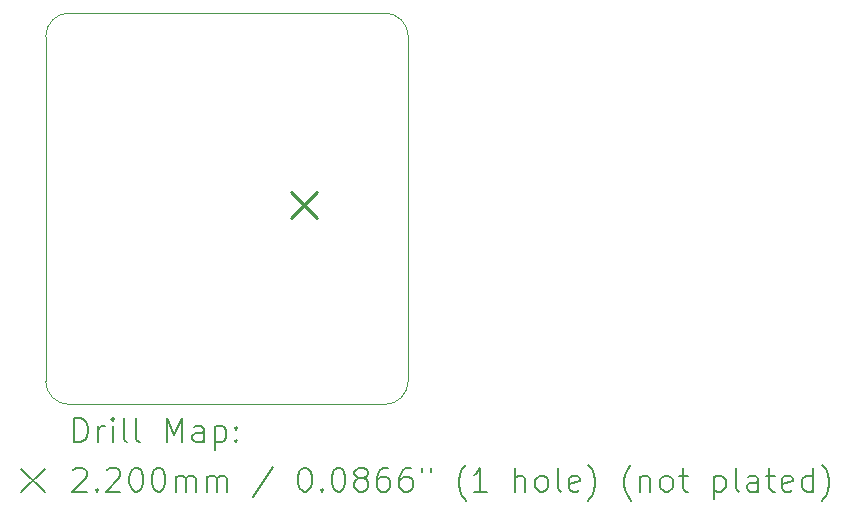
<source format=gbr>
%TF.GenerationSoftware,KiCad,Pcbnew,7.0.1*%
%TF.CreationDate,2023-07-16T02:59:42+02:00*%
%TF.ProjectId,ADS1234_mass_sensor,41445331-3233-4345-9f6d-6173735f7365,1*%
%TF.SameCoordinates,Original*%
%TF.FileFunction,Drillmap*%
%TF.FilePolarity,Positive*%
%FSLAX45Y45*%
G04 Gerber Fmt 4.5, Leading zero omitted, Abs format (unit mm)*
G04 Created by KiCad (PCBNEW 7.0.1) date 2023-07-16 02:59:42*
%MOMM*%
%LPD*%
G01*
G04 APERTURE LIST*
%ADD10C,0.100000*%
%ADD11C,0.200000*%
%ADD12C,0.220000*%
G04 APERTURE END LIST*
D10*
X12077000Y-8067000D02*
X9407000Y-8067000D01*
X9407000Y-4752000D02*
X12077000Y-4752000D01*
X9207000Y-7867000D02*
G75*
G03*
X9407000Y-8067000I200000J0D01*
G01*
X9207000Y-7867000D02*
X9207000Y-4952000D01*
X12277000Y-4952000D02*
G75*
G03*
X12077000Y-4752000I-200000J0D01*
G01*
X9407000Y-4752000D02*
G75*
G03*
X9207000Y-4952000I0J-200000D01*
G01*
X12077000Y-8067000D02*
G75*
G03*
X12277000Y-7867000I0J200000D01*
G01*
X12277000Y-4952000D02*
X12277000Y-7867000D01*
D11*
D12*
X11281500Y-6265250D02*
X11501500Y-6485250D01*
X11501500Y-6265250D02*
X11281500Y-6485250D01*
D11*
X9449619Y-8384524D02*
X9449619Y-8184524D01*
X9449619Y-8184524D02*
X9497238Y-8184524D01*
X9497238Y-8184524D02*
X9525810Y-8194048D01*
X9525810Y-8194048D02*
X9544857Y-8213095D01*
X9544857Y-8213095D02*
X9554381Y-8232143D01*
X9554381Y-8232143D02*
X9563905Y-8270238D01*
X9563905Y-8270238D02*
X9563905Y-8298809D01*
X9563905Y-8298809D02*
X9554381Y-8336905D01*
X9554381Y-8336905D02*
X9544857Y-8355952D01*
X9544857Y-8355952D02*
X9525810Y-8375000D01*
X9525810Y-8375000D02*
X9497238Y-8384524D01*
X9497238Y-8384524D02*
X9449619Y-8384524D01*
X9649619Y-8384524D02*
X9649619Y-8251190D01*
X9649619Y-8289286D02*
X9659143Y-8270238D01*
X9659143Y-8270238D02*
X9668667Y-8260714D01*
X9668667Y-8260714D02*
X9687714Y-8251190D01*
X9687714Y-8251190D02*
X9706762Y-8251190D01*
X9773429Y-8384524D02*
X9773429Y-8251190D01*
X9773429Y-8184524D02*
X9763905Y-8194048D01*
X9763905Y-8194048D02*
X9773429Y-8203571D01*
X9773429Y-8203571D02*
X9782952Y-8194048D01*
X9782952Y-8194048D02*
X9773429Y-8184524D01*
X9773429Y-8184524D02*
X9773429Y-8203571D01*
X9897238Y-8384524D02*
X9878190Y-8375000D01*
X9878190Y-8375000D02*
X9868667Y-8355952D01*
X9868667Y-8355952D02*
X9868667Y-8184524D01*
X10002000Y-8384524D02*
X9982952Y-8375000D01*
X9982952Y-8375000D02*
X9973429Y-8355952D01*
X9973429Y-8355952D02*
X9973429Y-8184524D01*
X10230571Y-8384524D02*
X10230571Y-8184524D01*
X10230571Y-8184524D02*
X10297238Y-8327381D01*
X10297238Y-8327381D02*
X10363905Y-8184524D01*
X10363905Y-8184524D02*
X10363905Y-8384524D01*
X10544857Y-8384524D02*
X10544857Y-8279762D01*
X10544857Y-8279762D02*
X10535333Y-8260714D01*
X10535333Y-8260714D02*
X10516286Y-8251190D01*
X10516286Y-8251190D02*
X10478190Y-8251190D01*
X10478190Y-8251190D02*
X10459143Y-8260714D01*
X10544857Y-8375000D02*
X10525810Y-8384524D01*
X10525810Y-8384524D02*
X10478190Y-8384524D01*
X10478190Y-8384524D02*
X10459143Y-8375000D01*
X10459143Y-8375000D02*
X10449619Y-8355952D01*
X10449619Y-8355952D02*
X10449619Y-8336905D01*
X10449619Y-8336905D02*
X10459143Y-8317857D01*
X10459143Y-8317857D02*
X10478190Y-8308333D01*
X10478190Y-8308333D02*
X10525810Y-8308333D01*
X10525810Y-8308333D02*
X10544857Y-8298809D01*
X10640095Y-8251190D02*
X10640095Y-8451190D01*
X10640095Y-8260714D02*
X10659143Y-8251190D01*
X10659143Y-8251190D02*
X10697238Y-8251190D01*
X10697238Y-8251190D02*
X10716286Y-8260714D01*
X10716286Y-8260714D02*
X10725810Y-8270238D01*
X10725810Y-8270238D02*
X10735333Y-8289286D01*
X10735333Y-8289286D02*
X10735333Y-8346428D01*
X10735333Y-8346428D02*
X10725810Y-8365476D01*
X10725810Y-8365476D02*
X10716286Y-8375000D01*
X10716286Y-8375000D02*
X10697238Y-8384524D01*
X10697238Y-8384524D02*
X10659143Y-8384524D01*
X10659143Y-8384524D02*
X10640095Y-8375000D01*
X10821048Y-8365476D02*
X10830571Y-8375000D01*
X10830571Y-8375000D02*
X10821048Y-8384524D01*
X10821048Y-8384524D02*
X10811524Y-8375000D01*
X10811524Y-8375000D02*
X10821048Y-8365476D01*
X10821048Y-8365476D02*
X10821048Y-8384524D01*
X10821048Y-8260714D02*
X10830571Y-8270238D01*
X10830571Y-8270238D02*
X10821048Y-8279762D01*
X10821048Y-8279762D02*
X10811524Y-8270238D01*
X10811524Y-8270238D02*
X10821048Y-8260714D01*
X10821048Y-8260714D02*
X10821048Y-8279762D01*
X9002000Y-8612000D02*
X9202000Y-8812000D01*
X9202000Y-8612000D02*
X9002000Y-8812000D01*
X9440095Y-8623571D02*
X9449619Y-8614048D01*
X9449619Y-8614048D02*
X9468667Y-8604524D01*
X9468667Y-8604524D02*
X9516286Y-8604524D01*
X9516286Y-8604524D02*
X9535333Y-8614048D01*
X9535333Y-8614048D02*
X9544857Y-8623571D01*
X9544857Y-8623571D02*
X9554381Y-8642619D01*
X9554381Y-8642619D02*
X9554381Y-8661667D01*
X9554381Y-8661667D02*
X9544857Y-8690238D01*
X9544857Y-8690238D02*
X9430571Y-8804524D01*
X9430571Y-8804524D02*
X9554381Y-8804524D01*
X9640095Y-8785476D02*
X9649619Y-8795000D01*
X9649619Y-8795000D02*
X9640095Y-8804524D01*
X9640095Y-8804524D02*
X9630571Y-8795000D01*
X9630571Y-8795000D02*
X9640095Y-8785476D01*
X9640095Y-8785476D02*
X9640095Y-8804524D01*
X9725810Y-8623571D02*
X9735333Y-8614048D01*
X9735333Y-8614048D02*
X9754381Y-8604524D01*
X9754381Y-8604524D02*
X9802000Y-8604524D01*
X9802000Y-8604524D02*
X9821048Y-8614048D01*
X9821048Y-8614048D02*
X9830571Y-8623571D01*
X9830571Y-8623571D02*
X9840095Y-8642619D01*
X9840095Y-8642619D02*
X9840095Y-8661667D01*
X9840095Y-8661667D02*
X9830571Y-8690238D01*
X9830571Y-8690238D02*
X9716286Y-8804524D01*
X9716286Y-8804524D02*
X9840095Y-8804524D01*
X9963905Y-8604524D02*
X9982952Y-8604524D01*
X9982952Y-8604524D02*
X10002000Y-8614048D01*
X10002000Y-8614048D02*
X10011524Y-8623571D01*
X10011524Y-8623571D02*
X10021048Y-8642619D01*
X10021048Y-8642619D02*
X10030571Y-8680714D01*
X10030571Y-8680714D02*
X10030571Y-8728333D01*
X10030571Y-8728333D02*
X10021048Y-8766429D01*
X10021048Y-8766429D02*
X10011524Y-8785476D01*
X10011524Y-8785476D02*
X10002000Y-8795000D01*
X10002000Y-8795000D02*
X9982952Y-8804524D01*
X9982952Y-8804524D02*
X9963905Y-8804524D01*
X9963905Y-8804524D02*
X9944857Y-8795000D01*
X9944857Y-8795000D02*
X9935333Y-8785476D01*
X9935333Y-8785476D02*
X9925810Y-8766429D01*
X9925810Y-8766429D02*
X9916286Y-8728333D01*
X9916286Y-8728333D02*
X9916286Y-8680714D01*
X9916286Y-8680714D02*
X9925810Y-8642619D01*
X9925810Y-8642619D02*
X9935333Y-8623571D01*
X9935333Y-8623571D02*
X9944857Y-8614048D01*
X9944857Y-8614048D02*
X9963905Y-8604524D01*
X10154381Y-8604524D02*
X10173429Y-8604524D01*
X10173429Y-8604524D02*
X10192476Y-8614048D01*
X10192476Y-8614048D02*
X10202000Y-8623571D01*
X10202000Y-8623571D02*
X10211524Y-8642619D01*
X10211524Y-8642619D02*
X10221048Y-8680714D01*
X10221048Y-8680714D02*
X10221048Y-8728333D01*
X10221048Y-8728333D02*
X10211524Y-8766429D01*
X10211524Y-8766429D02*
X10202000Y-8785476D01*
X10202000Y-8785476D02*
X10192476Y-8795000D01*
X10192476Y-8795000D02*
X10173429Y-8804524D01*
X10173429Y-8804524D02*
X10154381Y-8804524D01*
X10154381Y-8804524D02*
X10135333Y-8795000D01*
X10135333Y-8795000D02*
X10125810Y-8785476D01*
X10125810Y-8785476D02*
X10116286Y-8766429D01*
X10116286Y-8766429D02*
X10106762Y-8728333D01*
X10106762Y-8728333D02*
X10106762Y-8680714D01*
X10106762Y-8680714D02*
X10116286Y-8642619D01*
X10116286Y-8642619D02*
X10125810Y-8623571D01*
X10125810Y-8623571D02*
X10135333Y-8614048D01*
X10135333Y-8614048D02*
X10154381Y-8604524D01*
X10306762Y-8804524D02*
X10306762Y-8671190D01*
X10306762Y-8690238D02*
X10316286Y-8680714D01*
X10316286Y-8680714D02*
X10335333Y-8671190D01*
X10335333Y-8671190D02*
X10363905Y-8671190D01*
X10363905Y-8671190D02*
X10382952Y-8680714D01*
X10382952Y-8680714D02*
X10392476Y-8699762D01*
X10392476Y-8699762D02*
X10392476Y-8804524D01*
X10392476Y-8699762D02*
X10402000Y-8680714D01*
X10402000Y-8680714D02*
X10421048Y-8671190D01*
X10421048Y-8671190D02*
X10449619Y-8671190D01*
X10449619Y-8671190D02*
X10468667Y-8680714D01*
X10468667Y-8680714D02*
X10478191Y-8699762D01*
X10478191Y-8699762D02*
X10478191Y-8804524D01*
X10573429Y-8804524D02*
X10573429Y-8671190D01*
X10573429Y-8690238D02*
X10582952Y-8680714D01*
X10582952Y-8680714D02*
X10602000Y-8671190D01*
X10602000Y-8671190D02*
X10630572Y-8671190D01*
X10630572Y-8671190D02*
X10649619Y-8680714D01*
X10649619Y-8680714D02*
X10659143Y-8699762D01*
X10659143Y-8699762D02*
X10659143Y-8804524D01*
X10659143Y-8699762D02*
X10668667Y-8680714D01*
X10668667Y-8680714D02*
X10687714Y-8671190D01*
X10687714Y-8671190D02*
X10716286Y-8671190D01*
X10716286Y-8671190D02*
X10735333Y-8680714D01*
X10735333Y-8680714D02*
X10744857Y-8699762D01*
X10744857Y-8699762D02*
X10744857Y-8804524D01*
X11135333Y-8595000D02*
X10963905Y-8852143D01*
X11392476Y-8604524D02*
X11411524Y-8604524D01*
X11411524Y-8604524D02*
X11430572Y-8614048D01*
X11430572Y-8614048D02*
X11440095Y-8623571D01*
X11440095Y-8623571D02*
X11449619Y-8642619D01*
X11449619Y-8642619D02*
X11459143Y-8680714D01*
X11459143Y-8680714D02*
X11459143Y-8728333D01*
X11459143Y-8728333D02*
X11449619Y-8766429D01*
X11449619Y-8766429D02*
X11440095Y-8785476D01*
X11440095Y-8785476D02*
X11430572Y-8795000D01*
X11430572Y-8795000D02*
X11411524Y-8804524D01*
X11411524Y-8804524D02*
X11392476Y-8804524D01*
X11392476Y-8804524D02*
X11373429Y-8795000D01*
X11373429Y-8795000D02*
X11363905Y-8785476D01*
X11363905Y-8785476D02*
X11354381Y-8766429D01*
X11354381Y-8766429D02*
X11344857Y-8728333D01*
X11344857Y-8728333D02*
X11344857Y-8680714D01*
X11344857Y-8680714D02*
X11354381Y-8642619D01*
X11354381Y-8642619D02*
X11363905Y-8623571D01*
X11363905Y-8623571D02*
X11373429Y-8614048D01*
X11373429Y-8614048D02*
X11392476Y-8604524D01*
X11544857Y-8785476D02*
X11554381Y-8795000D01*
X11554381Y-8795000D02*
X11544857Y-8804524D01*
X11544857Y-8804524D02*
X11535333Y-8795000D01*
X11535333Y-8795000D02*
X11544857Y-8785476D01*
X11544857Y-8785476D02*
X11544857Y-8804524D01*
X11678191Y-8604524D02*
X11697238Y-8604524D01*
X11697238Y-8604524D02*
X11716286Y-8614048D01*
X11716286Y-8614048D02*
X11725810Y-8623571D01*
X11725810Y-8623571D02*
X11735333Y-8642619D01*
X11735333Y-8642619D02*
X11744857Y-8680714D01*
X11744857Y-8680714D02*
X11744857Y-8728333D01*
X11744857Y-8728333D02*
X11735333Y-8766429D01*
X11735333Y-8766429D02*
X11725810Y-8785476D01*
X11725810Y-8785476D02*
X11716286Y-8795000D01*
X11716286Y-8795000D02*
X11697238Y-8804524D01*
X11697238Y-8804524D02*
X11678191Y-8804524D01*
X11678191Y-8804524D02*
X11659143Y-8795000D01*
X11659143Y-8795000D02*
X11649619Y-8785476D01*
X11649619Y-8785476D02*
X11640095Y-8766429D01*
X11640095Y-8766429D02*
X11630572Y-8728333D01*
X11630572Y-8728333D02*
X11630572Y-8680714D01*
X11630572Y-8680714D02*
X11640095Y-8642619D01*
X11640095Y-8642619D02*
X11649619Y-8623571D01*
X11649619Y-8623571D02*
X11659143Y-8614048D01*
X11659143Y-8614048D02*
X11678191Y-8604524D01*
X11859143Y-8690238D02*
X11840095Y-8680714D01*
X11840095Y-8680714D02*
X11830572Y-8671190D01*
X11830572Y-8671190D02*
X11821048Y-8652143D01*
X11821048Y-8652143D02*
X11821048Y-8642619D01*
X11821048Y-8642619D02*
X11830572Y-8623571D01*
X11830572Y-8623571D02*
X11840095Y-8614048D01*
X11840095Y-8614048D02*
X11859143Y-8604524D01*
X11859143Y-8604524D02*
X11897238Y-8604524D01*
X11897238Y-8604524D02*
X11916286Y-8614048D01*
X11916286Y-8614048D02*
X11925810Y-8623571D01*
X11925810Y-8623571D02*
X11935333Y-8642619D01*
X11935333Y-8642619D02*
X11935333Y-8652143D01*
X11935333Y-8652143D02*
X11925810Y-8671190D01*
X11925810Y-8671190D02*
X11916286Y-8680714D01*
X11916286Y-8680714D02*
X11897238Y-8690238D01*
X11897238Y-8690238D02*
X11859143Y-8690238D01*
X11859143Y-8690238D02*
X11840095Y-8699762D01*
X11840095Y-8699762D02*
X11830572Y-8709286D01*
X11830572Y-8709286D02*
X11821048Y-8728333D01*
X11821048Y-8728333D02*
X11821048Y-8766429D01*
X11821048Y-8766429D02*
X11830572Y-8785476D01*
X11830572Y-8785476D02*
X11840095Y-8795000D01*
X11840095Y-8795000D02*
X11859143Y-8804524D01*
X11859143Y-8804524D02*
X11897238Y-8804524D01*
X11897238Y-8804524D02*
X11916286Y-8795000D01*
X11916286Y-8795000D02*
X11925810Y-8785476D01*
X11925810Y-8785476D02*
X11935333Y-8766429D01*
X11935333Y-8766429D02*
X11935333Y-8728333D01*
X11935333Y-8728333D02*
X11925810Y-8709286D01*
X11925810Y-8709286D02*
X11916286Y-8699762D01*
X11916286Y-8699762D02*
X11897238Y-8690238D01*
X12106762Y-8604524D02*
X12068667Y-8604524D01*
X12068667Y-8604524D02*
X12049619Y-8614048D01*
X12049619Y-8614048D02*
X12040095Y-8623571D01*
X12040095Y-8623571D02*
X12021048Y-8652143D01*
X12021048Y-8652143D02*
X12011524Y-8690238D01*
X12011524Y-8690238D02*
X12011524Y-8766429D01*
X12011524Y-8766429D02*
X12021048Y-8785476D01*
X12021048Y-8785476D02*
X12030572Y-8795000D01*
X12030572Y-8795000D02*
X12049619Y-8804524D01*
X12049619Y-8804524D02*
X12087714Y-8804524D01*
X12087714Y-8804524D02*
X12106762Y-8795000D01*
X12106762Y-8795000D02*
X12116286Y-8785476D01*
X12116286Y-8785476D02*
X12125810Y-8766429D01*
X12125810Y-8766429D02*
X12125810Y-8718810D01*
X12125810Y-8718810D02*
X12116286Y-8699762D01*
X12116286Y-8699762D02*
X12106762Y-8690238D01*
X12106762Y-8690238D02*
X12087714Y-8680714D01*
X12087714Y-8680714D02*
X12049619Y-8680714D01*
X12049619Y-8680714D02*
X12030572Y-8690238D01*
X12030572Y-8690238D02*
X12021048Y-8699762D01*
X12021048Y-8699762D02*
X12011524Y-8718810D01*
X12297238Y-8604524D02*
X12259143Y-8604524D01*
X12259143Y-8604524D02*
X12240095Y-8614048D01*
X12240095Y-8614048D02*
X12230572Y-8623571D01*
X12230572Y-8623571D02*
X12211524Y-8652143D01*
X12211524Y-8652143D02*
X12202000Y-8690238D01*
X12202000Y-8690238D02*
X12202000Y-8766429D01*
X12202000Y-8766429D02*
X12211524Y-8785476D01*
X12211524Y-8785476D02*
X12221048Y-8795000D01*
X12221048Y-8795000D02*
X12240095Y-8804524D01*
X12240095Y-8804524D02*
X12278191Y-8804524D01*
X12278191Y-8804524D02*
X12297238Y-8795000D01*
X12297238Y-8795000D02*
X12306762Y-8785476D01*
X12306762Y-8785476D02*
X12316286Y-8766429D01*
X12316286Y-8766429D02*
X12316286Y-8718810D01*
X12316286Y-8718810D02*
X12306762Y-8699762D01*
X12306762Y-8699762D02*
X12297238Y-8690238D01*
X12297238Y-8690238D02*
X12278191Y-8680714D01*
X12278191Y-8680714D02*
X12240095Y-8680714D01*
X12240095Y-8680714D02*
X12221048Y-8690238D01*
X12221048Y-8690238D02*
X12211524Y-8699762D01*
X12211524Y-8699762D02*
X12202000Y-8718810D01*
X12392476Y-8604524D02*
X12392476Y-8642619D01*
X12468667Y-8604524D02*
X12468667Y-8642619D01*
X12763905Y-8880714D02*
X12754381Y-8871190D01*
X12754381Y-8871190D02*
X12735334Y-8842619D01*
X12735334Y-8842619D02*
X12725810Y-8823571D01*
X12725810Y-8823571D02*
X12716286Y-8795000D01*
X12716286Y-8795000D02*
X12706762Y-8747381D01*
X12706762Y-8747381D02*
X12706762Y-8709286D01*
X12706762Y-8709286D02*
X12716286Y-8661667D01*
X12716286Y-8661667D02*
X12725810Y-8633095D01*
X12725810Y-8633095D02*
X12735334Y-8614048D01*
X12735334Y-8614048D02*
X12754381Y-8585476D01*
X12754381Y-8585476D02*
X12763905Y-8575952D01*
X12944857Y-8804524D02*
X12830572Y-8804524D01*
X12887714Y-8804524D02*
X12887714Y-8604524D01*
X12887714Y-8604524D02*
X12868667Y-8633095D01*
X12868667Y-8633095D02*
X12849619Y-8652143D01*
X12849619Y-8652143D02*
X12830572Y-8661667D01*
X13182953Y-8804524D02*
X13182953Y-8604524D01*
X13268667Y-8804524D02*
X13268667Y-8699762D01*
X13268667Y-8699762D02*
X13259143Y-8680714D01*
X13259143Y-8680714D02*
X13240096Y-8671190D01*
X13240096Y-8671190D02*
X13211524Y-8671190D01*
X13211524Y-8671190D02*
X13192476Y-8680714D01*
X13192476Y-8680714D02*
X13182953Y-8690238D01*
X13392476Y-8804524D02*
X13373429Y-8795000D01*
X13373429Y-8795000D02*
X13363905Y-8785476D01*
X13363905Y-8785476D02*
X13354381Y-8766429D01*
X13354381Y-8766429D02*
X13354381Y-8709286D01*
X13354381Y-8709286D02*
X13363905Y-8690238D01*
X13363905Y-8690238D02*
X13373429Y-8680714D01*
X13373429Y-8680714D02*
X13392476Y-8671190D01*
X13392476Y-8671190D02*
X13421048Y-8671190D01*
X13421048Y-8671190D02*
X13440096Y-8680714D01*
X13440096Y-8680714D02*
X13449619Y-8690238D01*
X13449619Y-8690238D02*
X13459143Y-8709286D01*
X13459143Y-8709286D02*
X13459143Y-8766429D01*
X13459143Y-8766429D02*
X13449619Y-8785476D01*
X13449619Y-8785476D02*
X13440096Y-8795000D01*
X13440096Y-8795000D02*
X13421048Y-8804524D01*
X13421048Y-8804524D02*
X13392476Y-8804524D01*
X13573429Y-8804524D02*
X13554381Y-8795000D01*
X13554381Y-8795000D02*
X13544857Y-8775952D01*
X13544857Y-8775952D02*
X13544857Y-8604524D01*
X13725810Y-8795000D02*
X13706762Y-8804524D01*
X13706762Y-8804524D02*
X13668667Y-8804524D01*
X13668667Y-8804524D02*
X13649619Y-8795000D01*
X13649619Y-8795000D02*
X13640096Y-8775952D01*
X13640096Y-8775952D02*
X13640096Y-8699762D01*
X13640096Y-8699762D02*
X13649619Y-8680714D01*
X13649619Y-8680714D02*
X13668667Y-8671190D01*
X13668667Y-8671190D02*
X13706762Y-8671190D01*
X13706762Y-8671190D02*
X13725810Y-8680714D01*
X13725810Y-8680714D02*
X13735334Y-8699762D01*
X13735334Y-8699762D02*
X13735334Y-8718810D01*
X13735334Y-8718810D02*
X13640096Y-8737857D01*
X13802000Y-8880714D02*
X13811524Y-8871190D01*
X13811524Y-8871190D02*
X13830572Y-8842619D01*
X13830572Y-8842619D02*
X13840096Y-8823571D01*
X13840096Y-8823571D02*
X13849619Y-8795000D01*
X13849619Y-8795000D02*
X13859143Y-8747381D01*
X13859143Y-8747381D02*
X13859143Y-8709286D01*
X13859143Y-8709286D02*
X13849619Y-8661667D01*
X13849619Y-8661667D02*
X13840096Y-8633095D01*
X13840096Y-8633095D02*
X13830572Y-8614048D01*
X13830572Y-8614048D02*
X13811524Y-8585476D01*
X13811524Y-8585476D02*
X13802000Y-8575952D01*
X14163905Y-8880714D02*
X14154381Y-8871190D01*
X14154381Y-8871190D02*
X14135334Y-8842619D01*
X14135334Y-8842619D02*
X14125810Y-8823571D01*
X14125810Y-8823571D02*
X14116286Y-8795000D01*
X14116286Y-8795000D02*
X14106762Y-8747381D01*
X14106762Y-8747381D02*
X14106762Y-8709286D01*
X14106762Y-8709286D02*
X14116286Y-8661667D01*
X14116286Y-8661667D02*
X14125810Y-8633095D01*
X14125810Y-8633095D02*
X14135334Y-8614048D01*
X14135334Y-8614048D02*
X14154381Y-8585476D01*
X14154381Y-8585476D02*
X14163905Y-8575952D01*
X14240096Y-8671190D02*
X14240096Y-8804524D01*
X14240096Y-8690238D02*
X14249619Y-8680714D01*
X14249619Y-8680714D02*
X14268667Y-8671190D01*
X14268667Y-8671190D02*
X14297238Y-8671190D01*
X14297238Y-8671190D02*
X14316286Y-8680714D01*
X14316286Y-8680714D02*
X14325810Y-8699762D01*
X14325810Y-8699762D02*
X14325810Y-8804524D01*
X14449619Y-8804524D02*
X14430572Y-8795000D01*
X14430572Y-8795000D02*
X14421048Y-8785476D01*
X14421048Y-8785476D02*
X14411524Y-8766429D01*
X14411524Y-8766429D02*
X14411524Y-8709286D01*
X14411524Y-8709286D02*
X14421048Y-8690238D01*
X14421048Y-8690238D02*
X14430572Y-8680714D01*
X14430572Y-8680714D02*
X14449619Y-8671190D01*
X14449619Y-8671190D02*
X14478191Y-8671190D01*
X14478191Y-8671190D02*
X14497238Y-8680714D01*
X14497238Y-8680714D02*
X14506762Y-8690238D01*
X14506762Y-8690238D02*
X14516286Y-8709286D01*
X14516286Y-8709286D02*
X14516286Y-8766429D01*
X14516286Y-8766429D02*
X14506762Y-8785476D01*
X14506762Y-8785476D02*
X14497238Y-8795000D01*
X14497238Y-8795000D02*
X14478191Y-8804524D01*
X14478191Y-8804524D02*
X14449619Y-8804524D01*
X14573429Y-8671190D02*
X14649619Y-8671190D01*
X14602000Y-8604524D02*
X14602000Y-8775952D01*
X14602000Y-8775952D02*
X14611524Y-8795000D01*
X14611524Y-8795000D02*
X14630572Y-8804524D01*
X14630572Y-8804524D02*
X14649619Y-8804524D01*
X14868667Y-8671190D02*
X14868667Y-8871190D01*
X14868667Y-8680714D02*
X14887715Y-8671190D01*
X14887715Y-8671190D02*
X14925810Y-8671190D01*
X14925810Y-8671190D02*
X14944858Y-8680714D01*
X14944858Y-8680714D02*
X14954381Y-8690238D01*
X14954381Y-8690238D02*
X14963905Y-8709286D01*
X14963905Y-8709286D02*
X14963905Y-8766429D01*
X14963905Y-8766429D02*
X14954381Y-8785476D01*
X14954381Y-8785476D02*
X14944858Y-8795000D01*
X14944858Y-8795000D02*
X14925810Y-8804524D01*
X14925810Y-8804524D02*
X14887715Y-8804524D01*
X14887715Y-8804524D02*
X14868667Y-8795000D01*
X15078191Y-8804524D02*
X15059143Y-8795000D01*
X15059143Y-8795000D02*
X15049619Y-8775952D01*
X15049619Y-8775952D02*
X15049619Y-8604524D01*
X15240096Y-8804524D02*
X15240096Y-8699762D01*
X15240096Y-8699762D02*
X15230572Y-8680714D01*
X15230572Y-8680714D02*
X15211524Y-8671190D01*
X15211524Y-8671190D02*
X15173429Y-8671190D01*
X15173429Y-8671190D02*
X15154381Y-8680714D01*
X15240096Y-8795000D02*
X15221048Y-8804524D01*
X15221048Y-8804524D02*
X15173429Y-8804524D01*
X15173429Y-8804524D02*
X15154381Y-8795000D01*
X15154381Y-8795000D02*
X15144858Y-8775952D01*
X15144858Y-8775952D02*
X15144858Y-8756905D01*
X15144858Y-8756905D02*
X15154381Y-8737857D01*
X15154381Y-8737857D02*
X15173429Y-8728333D01*
X15173429Y-8728333D02*
X15221048Y-8728333D01*
X15221048Y-8728333D02*
X15240096Y-8718810D01*
X15306762Y-8671190D02*
X15382953Y-8671190D01*
X15335334Y-8604524D02*
X15335334Y-8775952D01*
X15335334Y-8775952D02*
X15344858Y-8795000D01*
X15344858Y-8795000D02*
X15363905Y-8804524D01*
X15363905Y-8804524D02*
X15382953Y-8804524D01*
X15525810Y-8795000D02*
X15506762Y-8804524D01*
X15506762Y-8804524D02*
X15468667Y-8804524D01*
X15468667Y-8804524D02*
X15449619Y-8795000D01*
X15449619Y-8795000D02*
X15440096Y-8775952D01*
X15440096Y-8775952D02*
X15440096Y-8699762D01*
X15440096Y-8699762D02*
X15449619Y-8680714D01*
X15449619Y-8680714D02*
X15468667Y-8671190D01*
X15468667Y-8671190D02*
X15506762Y-8671190D01*
X15506762Y-8671190D02*
X15525810Y-8680714D01*
X15525810Y-8680714D02*
X15535334Y-8699762D01*
X15535334Y-8699762D02*
X15535334Y-8718810D01*
X15535334Y-8718810D02*
X15440096Y-8737857D01*
X15706762Y-8804524D02*
X15706762Y-8604524D01*
X15706762Y-8795000D02*
X15687715Y-8804524D01*
X15687715Y-8804524D02*
X15649619Y-8804524D01*
X15649619Y-8804524D02*
X15630572Y-8795000D01*
X15630572Y-8795000D02*
X15621048Y-8785476D01*
X15621048Y-8785476D02*
X15611524Y-8766429D01*
X15611524Y-8766429D02*
X15611524Y-8709286D01*
X15611524Y-8709286D02*
X15621048Y-8690238D01*
X15621048Y-8690238D02*
X15630572Y-8680714D01*
X15630572Y-8680714D02*
X15649619Y-8671190D01*
X15649619Y-8671190D02*
X15687715Y-8671190D01*
X15687715Y-8671190D02*
X15706762Y-8680714D01*
X15782953Y-8880714D02*
X15792477Y-8871190D01*
X15792477Y-8871190D02*
X15811524Y-8842619D01*
X15811524Y-8842619D02*
X15821048Y-8823571D01*
X15821048Y-8823571D02*
X15830572Y-8795000D01*
X15830572Y-8795000D02*
X15840096Y-8747381D01*
X15840096Y-8747381D02*
X15840096Y-8709286D01*
X15840096Y-8709286D02*
X15830572Y-8661667D01*
X15830572Y-8661667D02*
X15821048Y-8633095D01*
X15821048Y-8633095D02*
X15811524Y-8614048D01*
X15811524Y-8614048D02*
X15792477Y-8585476D01*
X15792477Y-8585476D02*
X15782953Y-8575952D01*
M02*

</source>
